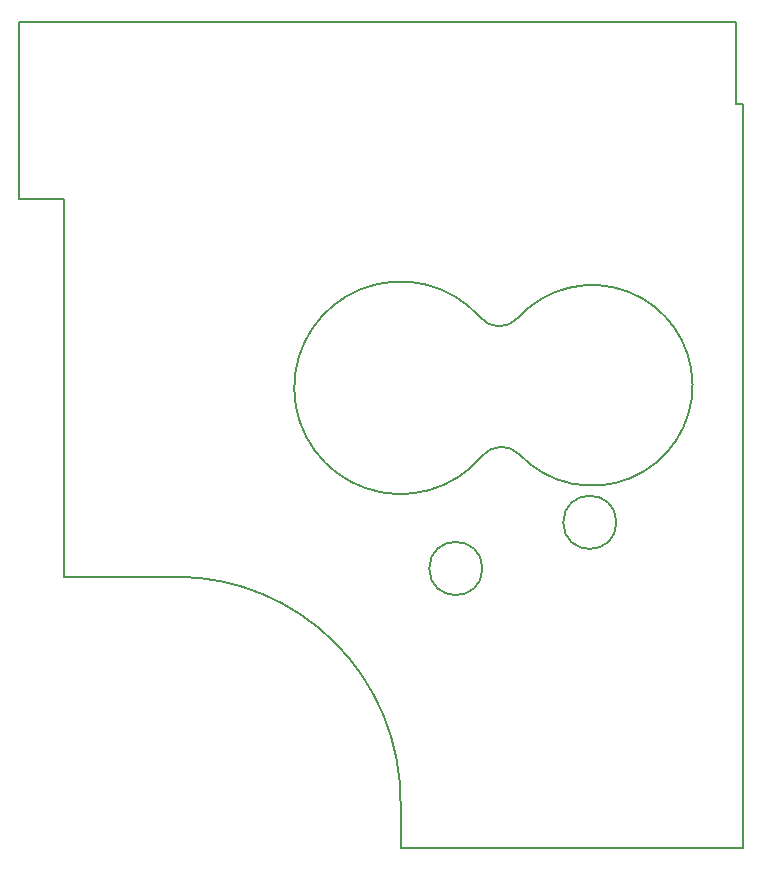
<source format=gbr>
G04 #@! TF.GenerationSoftware,KiCad,Pcbnew,5.1.6+dfsg1-1~bpo10+1*
G04 #@! TF.CreationDate,2021-06-19T16:41:49-04:00*
G04 #@! TF.ProjectId,RUSP_Daughterboard,52555350-5f44-4617-9567-68746572626f,rev?*
G04 #@! TF.SameCoordinates,Original*
G04 #@! TF.FileFunction,Profile,NP*
%FSLAX46Y46*%
G04 Gerber Fmt 4.6, Leading zero omitted, Abs format (unit mm)*
G04 Created by KiCad (PCBNEW 5.1.6+dfsg1-1~bpo10+1) date 2021-06-19 16:41:49*
%MOMM*%
%LPD*%
G01*
G04 APERTURE LIST*
G04 #@! TA.AperFunction,Profile*
%ADD10C,0.150000*%
G04 #@! TD*
G04 APERTURE END LIST*
D10*
X178400000Y-76000000D02*
X178400000Y-69000000D01*
X179000000Y-76000000D02*
X178400000Y-76000000D01*
X156921398Y-105755656D02*
G75*
G02*
X160065880Y-105651267I1618602J-1344344D01*
G01*
X160068323Y-105648946D02*
G75*
G03*
X159926065Y-94096483I6158677J5852946D01*
G01*
X159926065Y-94096483D02*
G75*
G02*
X156695000Y-93985000I-1569065J1402483D01*
G01*
X156920114Y-105754588D02*
G75*
G02*
X156695000Y-93985000I-6920114J5754588D01*
G01*
X168274000Y-111394000D02*
G75*
G03*
X168274000Y-111394000I-2250000J0D01*
G01*
X156928000Y-115301000D02*
G75*
G03*
X156928000Y-115301000I-2250000J0D01*
G01*
X131000000Y-116000000D02*
G75*
G02*
X150000000Y-135000000I0J-19000000D01*
G01*
X150000000Y-139000000D02*
X150000000Y-135000000D01*
X121500000Y-116000000D02*
X131000000Y-116000000D01*
X179000000Y-139000000D02*
X150000000Y-139000000D01*
X179000000Y-76000000D02*
X179000000Y-139000000D01*
X117700000Y-69000000D02*
X178400000Y-69000000D01*
X117700000Y-84000000D02*
X117700000Y-69000000D01*
X121500000Y-84000000D02*
X117700000Y-84000000D01*
X121500000Y-116000000D02*
X121500000Y-84000000D01*
M02*

</source>
